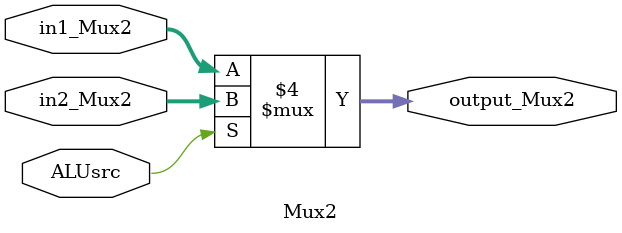
<source format=v>


`timescale 1ns/10ps

module Mux2 (
    ALUsrc,
    in1_Mux2,
    in2_Mux2,
    output_Mux2
);


input [0:0] ALUsrc;
input [31:0] in1_Mux2;
input [31:0] in2_Mux2;
output [31:0] output_Mux2;
reg [31:0] output_Mux2;




always @(in1_Mux2, in2_Mux2, ALUsrc) begin: MUX2_BEHAVIOR_MUX2
    if ((ALUsrc == 0)) begin
        output_Mux2 = in1_Mux2;
    end
    else begin
        output_Mux2 = in2_Mux2;
    end
end

endmodule

</source>
